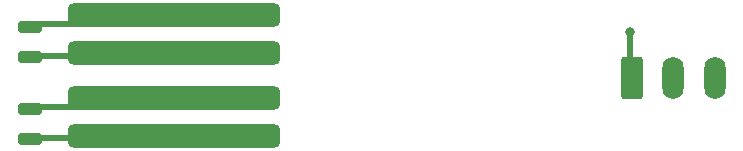
<source format=gbr>
%TF.GenerationSoftware,KiCad,Pcbnew,8.0.5*%
%TF.CreationDate,2025-02-11T15:16:58+01:00*%
%TF.ProjectId,keerlusRelais,6b656572-6c75-4735-9265-6c6169732e6b,rev?*%
%TF.SameCoordinates,Original*%
%TF.FileFunction,Copper,L2,Bot*%
%TF.FilePolarity,Positive*%
%FSLAX46Y46*%
G04 Gerber Fmt 4.6, Leading zero omitted, Abs format (unit mm)*
G04 Created by KiCad (PCBNEW 8.0.5) date 2025-02-11 15:16:58*
%MOMM*%
%LPD*%
G01*
G04 APERTURE LIST*
G04 Aperture macros list*
%AMRoundRect*
0 Rectangle with rounded corners*
0 $1 Rounding radius*
0 $2 $3 $4 $5 $6 $7 $8 $9 X,Y pos of 4 corners*
0 Add a 4 corners polygon primitive as box body*
4,1,4,$2,$3,$4,$5,$6,$7,$8,$9,$2,$3,0*
0 Add four circle primitives for the rounded corners*
1,1,$1+$1,$2,$3*
1,1,$1+$1,$4,$5*
1,1,$1+$1,$6,$7*
1,1,$1+$1,$8,$9*
0 Add four rect primitives between the rounded corners*
20,1,$1+$1,$2,$3,$4,$5,0*
20,1,$1+$1,$4,$5,$6,$7,0*
20,1,$1+$1,$6,$7,$8,$9,0*
20,1,$1+$1,$8,$9,$2,$3,0*%
G04 Aperture macros list end*
%TA.AperFunction,EtchedComponent*%
%ADD10C,0.500000*%
%TD*%
%TA.AperFunction,SMDPad,CuDef*%
%ADD11RoundRect,0.250000X0.750000X-0.250000X0.750000X0.250000X-0.750000X0.250000X-0.750000X-0.250000X0*%
%TD*%
%TA.AperFunction,SMDPad,CuDef*%
%ADD12RoundRect,0.500000X8.500000X-0.500000X8.500000X0.500000X-8.500000X0.500000X-8.500000X-0.500000X0*%
%TD*%
%TA.AperFunction,ComponentPad*%
%ADD13O,1.800000X3.600000*%
%TD*%
%TA.AperFunction,ComponentPad*%
%ADD14RoundRect,0.250000X-0.650000X-1.550000X0.650000X-1.550000X0.650000X1.550000X-0.650000X1.550000X0*%
%TD*%
%TA.AperFunction,ViaPad*%
%ADD15C,0.800000*%
%TD*%
%TA.AperFunction,Conductor*%
%ADD16C,0.500000*%
%TD*%
G04 APERTURE END LIST*
D10*
%TO.C,U1*%
X85908854Y-129900195D02*
X80491146Y-129899805D01*
X85908854Y-132600195D02*
X80491146Y-132599805D01*
%TO.C,J6*%
X85908854Y-136900195D02*
X80491146Y-136899805D01*
X85908854Y-139600195D02*
X80491146Y-139599805D01*
%TD*%
D11*
%TO.P,U1,1,Vs*%
%TO.N,/VCC1*%
X80700000Y-132670000D03*
D12*
X92914000Y-132355000D03*
D11*
%TO.P,U1,3,GND*%
%TO.N,/GND1*%
X80700000Y-130130000D03*
D12*
X92914000Y-129180000D03*
%TD*%
D11*
%TO.P,J6,1,Pin_1*%
%TO.N,unconnected-(J6-Pin_1-Pad1)*%
X80700000Y-139670000D03*
D12*
%TO.N,unconnected-(J6-Pin_1-Pad1)_1*%
X92914000Y-139355000D03*
D11*
%TO.P,J6,3,Pin_3*%
%TO.N,unconnected-(J6-Pin_3-Pad3)_1*%
X80700000Y-137130000D03*
D12*
%TO.N,unconnected-(J6-Pin_3-Pad3)*%
X92914000Y-136180000D03*
%TD*%
D13*
%TO.P,J1,3,Pin_3*%
%TO.N,/sensor*%
X138699000Y-134493000D03*
%TO.P,J1,2,Pin_2*%
%TO.N,VCC*%
X135199000Y-134493000D03*
D14*
%TO.P,J1,1,Pin_1*%
%TO.N,GND*%
X131699000Y-134493000D03*
%TD*%
D15*
%TO.N,GND*%
X131572000Y-130556000D03*
%TD*%
D16*
%TO.N,GND*%
X131572000Y-134366000D02*
X131699000Y-134493000D01*
X131572000Y-130556000D02*
X131572000Y-134366000D01*
%TD*%
M02*

</source>
